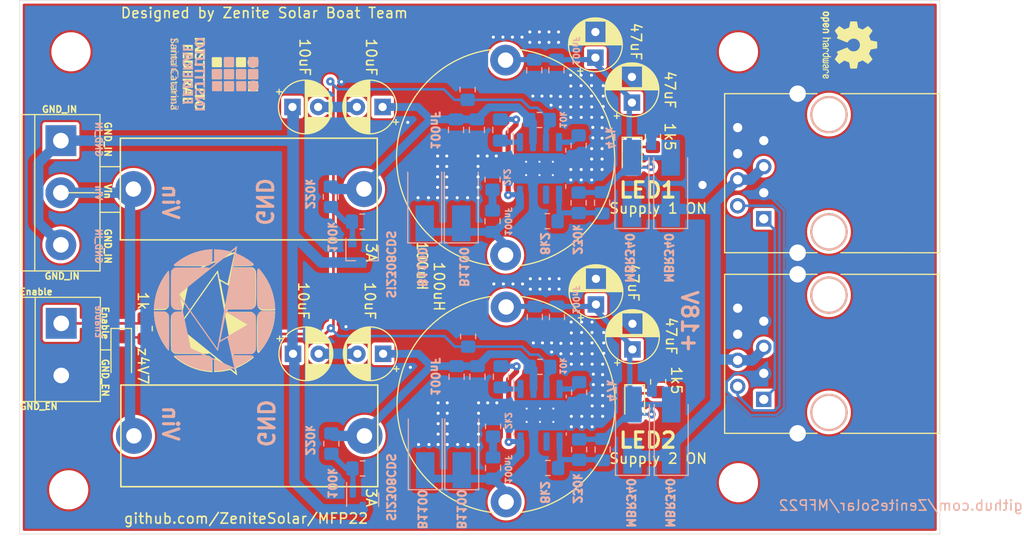
<source format=kicad_pcb>
(kicad_pcb (version 20211014) (generator pcbnew)
  (layers (0 "F.Cu" signal) (31 "B.Cu" signal) (34 "B.Paste" user) (35 "F.Paste" user) (36 "B.SilkS" user "B.Silkscreen") (37 "F.SilkS" user "F.Silkscreen") (38 "B.Mask" user) (39 "F.Mask" user) (44 "Edge.Cuts" user))
  (net 0 "")
  (net 1 "Net-(CBoot1-Pad2)")
  (net 2 "Net-(CBoot1-Pad1)")
  (net 3 "GND")
  (net 4 "Net-(Led1-Pad1)")
  (net 5 "Net-(R1-Pad1)")
  (net 6 "Net-(Ci1-Pad2)")
  (net 7 "Net-(Q1-Pad1)")
  (net 8 "Net-(J102-Pad1)")
  (net 9 "/EN")
  (net 11 "/supply1/Feedback")
  (net 12 "/supply1/CAN_18V_DIODE")
  (net 13 "Net-(Ci1-Pad1)")
  (net 14 "Net-(Ci301-Pad1)")
  (net 15 "Net-(Ci301-Pad2)")
  (net 16 "/supply2/CAN_18V_DIODE")
  (net 17 "/supply1/snbr")
  (net 18 "/CAN/CAN_18V")
  (net 19 "Net-(CBoot301-Pad1)")
  (net 20 "/supply1/IN")
  (net 21 "Net-(J401-Pad2)")
  (net 22 "Net-(J401-Pad1)")
  (net 23 "Net-(Q301-Pad1)")
  (net 24 "Net-(CBoot301-Pad2)")
  (net 25 "Net-(R305-Pad1)")
  (net 26 "/supply2/Feedback")
  (net 28 "/supply1/GND_IN")
  (net 29 "/supply2/snbr")
  (net 30 "Net-(Led101-Pad1)")
  (footprint "Capacitor_THT:CP_Radial_D5.0mm_P2.50mm" (layer "F.Cu") (at 57.744995 146.578879 180)
    (fp_text reference "Ci1")
    (fp_text value "10u")
  )
  (footprint "Capacitor_THT:CP_Radial_D5.0mm_P2.50mm" (layer "F.Cu") (at 82.025998 146.152895 90)
    (fp_text reference "Co1")
    (fp_text value "47u")
  )
  (footprint "Capacitor_THT:CP_Radial_D5.0mm_P2.50mm" (layer "F.Cu") (at 78.469998 141.769998 90)
    (fp_text reference "Co2")
    (fp_text value "47u")
  )
  (footprint "Inductor_THT:L_Radial_D21.0mm_P19.00mm" (layer "F.Cu") (at 69.723 161.014512 90)
    (fp_text reference "L1")
    (fp_text value "100uH")
  )
  (footprint "LED_SMD:LED_0805_2012Metric_Pad1.15x1.40mm_HandSolder" (layer "F.Cu") (at 82.042 151.396497 -90)
    (fp_text reference "Led1")
    (fp_text value "LED")
  )
  (footprint "Resistor_SMD:R_0805_2012Metric_Pad1.20x1.40mm_HandSolder" (layer "F.Cu") (at 34.5795 168.1785 90)
    (fp_text reference "R2")
    (fp_text value "1k")
  )
  (footprint "Resistor_SMD:R_0805_2012Metric_Pad1.20x1.40mm_HandSolder" (layer "F.Cu") (at 84.074 149.479 90)
    (fp_text reference "RLed1")
    (fp_text value "1k5")
  )
  (footprint "MountingHole:MountingHole_3.2mm_M3" (layer "F.Cu") (at 27.4 141.2)
    (fp_text reference "H1")
    (fp_text value "MountingHole")
  )
  (footprint "MountingHole:MountingHole_3.2mm_M3" (layer "F.Cu") (at 27.178 183.896)
    (fp_text reference "H2")
    (fp_text value "MountingHole")
  )
  (footprint "MountingHole:MountingHole_3.2mm_M3" (layer "F.Cu") (at 92.4 183.2)
    (fp_text reference "H3")
    (fp_text value "MountingHole")
  )
  (footprint "MountingHole:MountingHole_3.2mm_M3" (layer "F.Cu") (at 92.4 141.2)
    (fp_text reference "H4")
    (fp_text value "MountingHole")
  )
  (footprint "TerminalBlock:TerminalBlock_bornier-3_P5.08mm" (layer "F.Cu") (at 26.416 149.86 -90)
    (fp_text reference "J101")
    (fp_text value "IN")
  )
  (footprint "LED_SMD:LED_0805_2012Metric_Pad1.15x1.40mm_HandSolder" (layer "F.Cu") (at 82.296 175.514 -90)
    (fp_text reference "Led101")
    (fp_text value "LED")
  )
  (footprint "KicadZeniteSolarLibrary18:symbol_logoZenite" (layer "F.Cu") (at 41.402 166.624 -90)
    (fp_text reference "SYM102" hide)
    (fp_text value "SYM_Flash_Small" hide)
  )
  (footprint "TerminalBlock:TerminalBlock_bornier-2_P5.08mm" (layer "F.Cu") (at 26.4515 167.6705 -90)
    (fp_text reference "J102")
    (fp_text value "Conn_01x02")
  )
  (footprint "KicadZeniteSolarLibrary18:RJ45_YH59_01" (layer "F.Cu") (at 94.869 175.087991 90)
    (fp_text reference "J401")
    (fp_text value "RJ45_Shielded")
  )
  (footprint "KicadZeniteSolarLibrary18:Fuse_Holder_5x20" (layer "F.Cu") (at 32.258 173.6845)
    (fp_text reference "F301")
    (fp_text value "Fuse")
  )
  (footprint "Capacitor_THT:CP_Radial_D5.0mm_P2.50mm" (layer "F.Cu") (at 78.5215 165.827612 90)
    (fp_text reference "Co302")
    (fp_text value "47u")
  )
  (footprint "Capacitor_THT:CP_Radial_D5.0mm_P2.50mm" (layer "F.Cu") (at 48.970489 146.578879)
    (fp_text reference "Cie101")
    (fp_text value "10u")
  )
  (footprint "Capacitor_THT:CP_Radial_D5.0mm_P2.50mm" (layer "F.Cu") (at 82.0775 170.2105 90)
    (fp_text reference "Co301")
    (fp_text value "47u")
  )
  (footprint "KicadZeniteSolarLibrary18:Fuse_Holder_5x20" (layer "F.Cu") (at 32.2065 149.626888)
    (fp_text reference "F101")
    (fp_text value "Fuse")
  )
  (footprint "KicadZeniteSolarLibrary18:RJ45_YH59_01" (layer "F.Cu") (at 94.869 157.485004 90)
    (fp_text reference "J402")
    (fp_text value "RJ45_Shielded")
  )
  (footprint "Capacitor_THT:CP_Radial_D5.0mm_P2.50mm" (layer "F.Cu") (at 49.022 170.6365)
    (fp_text reference "Cie301")
    (fp_text value "10u")
  )
  (footprint "Diode_SMD:D_MiniMELF" (layer "F.Cu") (at 32.2935 170.7185 -90)
    (fp_text reference "D101")
    (fp_text value "4v7")
  )
  (footprint "Inductor_THT:L_Radial_D21.0mm_P19.00mm" (layer "F.Cu") (at 69.7745 185.072112 90)
    (fp_text reference "L301")
    (fp_text value "100uH")
  )
  (footprint "Capacitor_THT:CP_Radial_D5.0mm_P2.50mm" (layer "F.Cu") (at 57.7965 170.6365 180)
    (fp_text reference "Ci301")
    (fp_text value "10u")
  )
  (footprint "Symbol:OSHW-Logo2_7.3x6mm_SilkScreen" (layer "F.Cu") (at 103.1494 140.5382 -90)
    (fp_text reference "LOGO101" hide)
    (fp_text value "Logo_Open_Hardware_Small" hide)
  )
  (footprint "KicadZeniteSolarLibrary18:synbol_logoifsc" (layer "F.Cu") (at 41.380926 143.383 -90)
    (fp_text reference "SYM103")
    (fp_text value "SYM_Flash_Small" hide)
  )
  (footprint "Resistor_SMD:R_0805_2012Metric_Pad1.20x1.40mm_HandSolder" (layer "F.Cu") (at 84.582 173.371 90)
    (fp_text reference "RLed101")
    (fp_text value "1k5")
  )
  (footprint "Capacitor_SMD:C_0805_2012Metric_Pad1.18x1.45mm_HandSolder" (layer "B.Cu") (at 69.215 148.8225 -90)
    (fp_text reference "CBoot1")
    (fp_text value "100nF")
  )
  (footprint "Capacitor_SMD:C_0805_2012Metric_Pad1.18x1.45mm_HandSolder" (layer "B.Cu") (at 79.121 155.9185 -90)
    (fp_text reference "Cff1")
    (fp_text value "na")
  )
  (footprint "Capacitor_SMD:C_0805_2012Metric_Pad1.18x1.45mm_HandSolder" (layer "B.Cu") (at 66.929 148.8225 -90)
    (fp_text reference "Cin2")
    (fp_text value "100nF")
  )
  (footprint "Capacitor_SMD:C_0805_2012Metric_Pad1.18x1.45mm_HandSolder" (layer "B.Cu") (at 64.897 148.8225 -90)
    (fp_text reference "Cin3")
    (fp_text value "100nF")
  )
  (footprint "Capacitor_SMD:C_0805_2012Metric_Pad1.18x1.45mm_HandSolder" (layer "B.Cu") (at 72.517 143.002 -90)
    (fp_text reference "Co3")
    (fp_text value "o.1u")
  )
  (footprint "Capacitor_SMD:C_0805_2012Metric_Pad1.18x1.45mm_HandSolder" (layer "B.Cu") (at 74.676 143.002 -90)
    (fp_text reference "Co4")
    (fp_text value "0.1u")
  )
  (footprint "Capacitor_SMD:C_0805_2012Metric_Pad1.18x1.45mm_HandSolder" (layer "B.Cu") (at 68.453 157.7125 90)
    (fp_text reference "Cs1")
    (fp_text value "100n")
  )
  (footprint "Package_TO_SOT_SMD:SOT-23" (layer "B.Cu") (at 55.753 160.802879 -90)
    (fp_text reference "Q1")
    (fp_text value "Si2308CDS")
  )
  (footprint "Resistor_SMD:R_0805_2012Metric_Pad1.20x1.40mm_HandSolder" (layer "B.Cu") (at 76.835 150.3465 -90)
    (fp_text reference "R1")
    (fp_text value "47k")
  )
  (footprint "Resistor_SMD:R_0805_2012Metric_Pad1.20x1.40mm_HandSolder" (layer "B.Cu") (at 73.025 147.848888 180)
    (fp_text reference "R5")
    (fp_text value "10K")
  )
  (footprint "Resistor_SMD:R_0805_2012Metric_Pad1.20x1.40mm_HandSolder" (layer "B.Cu") (at 66.024 144.882888 -90)
    (fp_text reference "R6")
    (fp_text value "NA")
  )
  (footprint "Resistor_SMD:R_0805_2012Metric_Pad1.20x1.40mm_HandSolder" (layer "B.Cu") (at 73.787 157.7125 180)
    (fp_text reference "Rfbb1")
    (fp_text value "8k2")
  )
  (footprint "Resistor_SMD:R_0805_2012Metric_Pad1.20x1.40mm_HandSolder" (layer "B.Cu") (at 76.835 155.9185 -90)
    (fp_text reference "Rfbt2")
    (fp_text value "230k")
  )
  (footprint "Resistor_SMD:R_0805_2012Metric_Pad1.20x1.40mm_HandSolder" (layer "B.Cu") (at 68.453 153.6485 90)
    (fp_text reference "Rs1")
    (fp_text value "2k2")
  )
  (footprint "Package_SO:Texas_R-PDSO-G8_EP2.95x4.9mm_Mask2.4x3.1mm_ThermalVias" (layer "B.Cu") (at 73.025 152.570383 -90)
    (fp_text reference "U1")
    (fp_text value "LMR16030")
  )
  (footprint "Resistor_SMD:R_0805_2012Metric_Pad1.20x1.40mm_HandSolder" (layer "B.Cu") (at 55.753 157.754888)
    (fp_text reference "R4")
    (fp_text value "100K")
  )
  (footprint "Resistor_SMD:R_0805_2012Metric_Pad1.20x1.40mm_HandSolder" (layer "B.Cu") (at 52.705 155.333888 -90)
    (fp_text reference "R3")
    (fp_text value "220K")
  )
  (footprint "KicadZeniteSolarLibrary18:synbol_logoifsc" (layer "B.Cu") (at 41.402 143.383 90)
    (fp_text reference "SYM104")
    (fp_text value "SYM_Flash_Small" hide)
  )
  (footprint "Diode_SMD:D_SMA_Handsoldering" (layer "B.Cu") (at 82.026 154.026888 90)
    (fp_text reference "D102")
    (fp_text value "MBR340")
  )
  (footprint "Resistor_SMD:R_0805_2012Metric_Pad1.20x1.40mm_HandSolder" (layer "B.Cu") (at 73.0765 171.9065 180)
    (fp_text reference "R303")
    (fp_text value "10K")
  )
  (footprint "Diode_SMD:D_SMA_Handsoldering" (layer "B.Cu") (at 85.852 178.0845 90)
    (fp_text reference "D304")
    (fp_text value "MBR340")
  )
  (footprint "Capacitor_SMD:C_0805_2012Metric_Pad1.18x1.45mm_HandSolder" (layer "B.Cu") (at 74.7275 167.059612 -90)
    (fp_text reference "Co304")
    (fp_text value "0.1u")
  )
  (footprint "Resistor_SMD:R_0805_2012Metric_Pad1.20x1.40mm_HandSolder" (layer "B.Cu") (at 66.0755 168.9405 -90)
    (fp_text reference "R304")
    (fp_text value "NA")
  )
  (footprint "Resistor_SMD:R_0805_2012Metric_Pad1.20x1.40mm_HandSolder" (layer "B.Cu") (at 55.8045 181.8125)
    (fp_text reference "R302")
    (fp_text value "100K")
  )
  (footprint "Capacitor_SMD:C_0805_2012Metric_Pad1.18x1.45mm_HandSolder" (layer "B.Cu") (at 72.5685 167.059612 -90)
    (fp_text reference "Co303")
    (fp_text value "o.1u")
  )
  (footprint "KicadZeniteSolarLibrary18:symbol_logoZenite" (layer "B.Cu") (at 41.402 166.243 90)
    (fp_text reference "SYM101" hide)
    (fp_text value "SYM_Flash_Small" hide)
  )
  (footprint "Package_TO_SOT_SMD:SOT-23" (layer "B.Cu") (at 55.804511 184.860489 -90)
    (fp_text reference "Q301")
    (fp_text value "Si2308CDS")
  )
  (footprint "Diode_SMD:D_SMA_Handsoldering" (layer "B.Cu") (at 82.0775 178.0845 90)
    (fp_text reference "D303")
    (fp_text value "MBR340")
  )
  (footprint "Capacitor_SMD:C_0805_2012Metric_Pad1.18x1.45mm_HandSolder" (layer "B.Cu") (at 79.1725 179.976112 -90)
    (fp_text reference "Cff301")
    (fp_text value "na")
  )
  (footprint "Capacitor_SMD:C_0805_2012Metric_Pad1.18x1.45mm_HandSolder" (layer "B.Cu") (at 66.9805 172.880112 -90)
    (fp_text reference "Cin302")
    (fp_text value "100nF")
  )
  (footprint "Capacitor_SMD:C_0805_2012Metric_Pad1.18x1.45mm_HandSolder" (layer "B.Cu") (at 64.9485 172.880112 -90)
    (fp_text reference "Cin301")
    (fp_text value "100nF")
  )
  (footprint "Package_SO:Texas_R-PDSO-G8_EP2.95x4.9mm_Mask2.4x3.1mm_ThermalVias" (layer "B.Cu") (at 73.076511 176.627993 -90)
    (fp_text reference "U301")
    (fp_text value "LMR16030")
  )
  (footprint "Diode_SMD:D_SMA_Handsoldering" (layer "B.Cu") (at 65.4565 179.484112 90)
    (fp_text reference "D302")
    (fp_text value "B1100")
  )
  (footprint "Resistor_SMD:R_0805_2012Metric_Pad1.20x1.40mm_HandSolder" (layer "B.Cu") (at 76.8865 174.404112 -90)
    (fp_text reference "R305")
    (fp_text value "47k")
  )
  (footprint "Resistor_SMD:R_0805_2012Metric_Pad1.20x1.40mm_HandSolder" (layer "B.Cu") (at 68.5045 177.706112 90)
    (fp_text reference "Rs301")
    (fp_text value "2k2")
  )
  (footprint "Capacitor_SMD:C_0805_2012Metric_Pad1.18x1.45mm_HandSolder" (layer "B.Cu") (at 68.5045 181.770112 90)
    (fp_text reference "Cs301")
    (fp_text value "100n")
  )
  (footprint "Diode_SMD:D_SMA_Handsoldering" (layer "B.Cu") (at 85.8005 154.026888 90)
    (fp_text reference "D201")
    (fp_text value "MBR340")
  )
  (footprint "Diode_SMD:D_SMA_Handsoldering" (layer "B.Cu") (at 65.405 155.4265 90)
    (fp_text reference "D104")
    (fp_text value "B1100")
  )
  (footprint "Resistor_SMD:R_0805_2012Metric_Pad1.20x1.40mm_HandSolder" (layer "B.Cu") (at 52.7565 179.3915 -90)
    (fp_text reference "R301")
    (fp_text value "220K")
  )
  (footprint "Diode_SMD:D_SMA_Handsoldering" (layer "B.Cu") (at 61.9005 179.484112 90)
    (fp_text reference "D301")
    (fp_text value "B1100")
  )
  (footprint "Capacitor_SMD:C_0805_2012Metric_Pad1.18x1.45mm_HandSolder" (layer "B.Cu") (at 69.2665 172.880112 -90)
    (fp_text reference "CBoot301")
    (fp_text value "100nF")
  )
  (footprint "Resistor_SMD:R_0805_2012Metric_Pad1.20x1.40mm_HandSolder" (layer "B.Cu") (at 76.8865 179.976112 -90)
    (fp_text reference "Rfbt301")
    (fp_text value "230k")
  )
  (footprint "Diode_SMD:D_SMA_Handsoldering" (layer "B.Cu") (at 61.849 155.4265 90)
    (fp_text reference "D103")
    (fp_text value "B1100")
  )
  (footprint "Resistor_SMD:R_0805_2012Metric_Pad1.20x1.40mm_HandSolder" (layer "B.Cu") (at 73.8385 181.770112 180)
    (fp_text reference "Rfbb301")
    (fp_text value "8k2")
  )
  (gr_line (start 30.226 152.4) (end 32.2072 152.4) (layer "F.SilkS") (width 0.12))
  (gr_line (start 31.2674 170.2562) (end 30.3022 170.2562) (layer "F.SilkS") (width 0.12))
  (gr_line (start 26.416 154.94) (end 30.226 154.94) (layer "F.SilkS") (width 0.12))
  (gr_line (start 32.2072 156.845) (end 30.226 156.845) (layer "F.SilkS") (width 0.12))
  (gr_line (start 22.4 188.2) (end 22.4 136.2) (layer "Edge.Cuts") (width 0.05))
  (gr_line (start 112.014 188.2) (end 22.4 188.2) (layer "Edge.Cuts") (width 0.05))
  (gr_line (start 112.014 136.2) (end 112.014 188.2) (layer "Edge.Cuts") (width 0.05))
  (gr_line (start 22.4 136.2) (end 112.014 136.2) (layer "Edge.Cuts") (width 0.05))
  (gr_text "100nF" (at 62.865 172.847 -90) (layer "B.SilkS") (effects (font (size 0.8 0.8) (thickness 0.2)) (justify mirror)))
  (gr_text "100nF" (at 76.581 165.354 -90) (layer "B.SilkS") (effects (font (size 0.6 0.6)) (justify mirror)))
  (gr_text "100nF" (at 62.865 148.844 -90) (layer "B.SilkS") (effects (font (size 0.8 0.8) (thickness 0.2)) (justify mirror)))
  (gr_text "Si2308CDS" (at 58.547 161.925 -90) (layer "B.SilkS") (effects (font (size 0.8 0.8) (thickness 0.2)) (justify mirror)))
  (gr_text "GND_IN" (at 30.099 160.147 -90) (layer "B.SilkS") (effects (font (size 0.635 0.635)) (justify mirror)))
  (gr_text "Vin" (at 30.099 154.94 -90) (layer "B.SilkS") (effects (font (size 0.635 0.635) (thickness 0.15875)) (justify mirror)))
  (gr_text "230k" (at 76.708 183.769 -90) (layer "B.SilkS") (effects (font (size 0.8 0.8) (thickness 0.2)) (justify mirror)))
  (gr_text "10k" (at 75.311 171.831 -90) (layer "B.SilkS") (effects (font (size 0.6 0.6)) (justify mirror)))
  (gr_text "8k2" (at 73.533 159.893 -90) (layer "B.SilkS") (effects (font (size 0.8 0.8) (thickness 0.2)) (justify mirror)))
  (gr_text "10k" (at 75.311 147.828 -90) (layer "B.SilkS") (effects (font (size 0.6 0.6)) (justify mirror)))
  (gr_text "100nF" (at 76.581 141.097 -90) (layer "B.SilkS") (effects (font (size 0.6 0.6)) (justify mirror)))
  (gr_text "B1100" (at 65.659 162.179 -90) (layer "B.SilkS") (effects (font (size 0.8 0.8) (thickness 0.2)) (justify mirror)))
  (gr_text "GND" (at 46.228 155.829 -90) (layer "B.SilkS") (effects (font (size 1.5 1.5) (thickness 0.3)) (justify mirror)))
  (gr_text "Enable" (at 30.099 167.513 -90) (layer "B.SilkS") (effects (font (size 0.635 0.635)) (justify mirror)))
  (gr_text "github.com/ZeniteSolar/MFP22" (at 108.204 185.42) (layer "B.SilkS") (effects (font (size 1 1)) (justify mirror)))
  (gr_text "220k" (at 50.673 179.07 -90) (layer "B.SilkS") (effects (font (size 0.8 0.8) (thickness 0.2)) (justify mirror)))
  (gr_text "GND_IN" (at 30.099 149.733 -90) (layer "B.SilkS") (effects (font (size 0.635 0.635)) (justify mirror)))
  (gr_text "B1100" (at 61.595 162.179 -90) (layer "B.SilkS") (effects (font (size 0.8 0.8) (thickness 0.2)) (justify mirror)))
  (gr_text "B1100" (at 65.405 185.801 -90) (layer "B.SilkS") (effects (font (size 0.8 0.8) (thickness 0.2)) (justify mirror)))
  (gr_text "2k2" (at 69.977 177.165 -90) (layer "B.SilkS") (effects (font (size 0.6 0.6)) (justify mirror)))
  (gr_text "MBR340" (at 85.598 161.29 -90) (layer "B.SilkS") (effects (font (size 0.8 0.8) (thickness 0.2)) (justify mirror)))
  (gr_text "2k2" (at 69.85 153.416 -90) (layer "B.SilkS") (effects (font (size 0.6 0.6)) (justify mirror)))
  (gr_text "230k" (at 76.708 159.512 -90) (layer "B.SilkS") (effects (font (size 0.8 0.8) (thickness 0.2)) (justify mirror)))
  (gr_text "Vin" (at 37.084 155.829 -90) (layer "B.SilkS") (effects (font (size 1.5 1.5) (thickness 0.3)) (justify mirror)))
  (gr_text "100k" (at 52.832 159.258 -90) (layer "B.SilkS") (effects (font (size 0.8 0.8) (thickness 0.2)) (justify mirror)))
  (gr_text "GND" (at 46.355 177.419 -90) (layer "B.SilkS") (effects (font (size 1.5 1.5) (thickness 0.3)) (justify mirror)))
  (gr_text "8k2" (at 73.533 184.15 -90) (layer "B.SilkS") (effects (font (size 0.8 0.8) (thickness 0.2)) (justify mirror)))
  (gr_text "47k" (at 80.01 174.244 -90) (layer "B.SilkS") (effects (font (size 0.8 0.8) (thickness 0.2)) (justify mirror)))
  (gr_text "220k" (at 50.673 155.067 -90) (layer "B.SilkS") (effects (font (size 0.8 0.8) (thickness 0.2)) (justify mirror)))
  (gr_text "100nF" (at 69.977 181.864 -90) (layer "B.SilkS") (effects (font (size 0.6 0.6)) (justify mirror)))
  (gr_text "100k" (at 52.832 183.261 -90) (layer "B.SilkS") (effects (font (size 0.8 0.8) (thickness 0.2)) (justify mirror)))
  (gr_text "Vin" (at 37.084 177.419 -90) (layer "B.SilkS") (effects (font (size 1.5 1.5) (thickness 0.3)) (justify mirror)))
  (gr_text "MBR340" (at 85.725 185.166 -90) (layer "B.SilkS") (effects (font (size 0.8 0.8) (thickness 0.2)) (justify mirror)))
  (gr_text "100nF" (at 69.977 157.734 -90) (layer "B.SilkS") (effects (font (size 0.6 0.6)) (justify mirror)))
  (gr_text "+18V" (at 87.63 167.513 -90) (layer "B.SilkS") (effects (font (size 1.5 1.5) (thickness 0.3)) (justify mirror)))
  (gr_text "B1100" (at 61.595 185.801 -90) (layer "B.SilkS") (effects (font (size 0.8 0.8) (thickness 0.2)) (justify mirror)))
  (gr_text "MBR340" (at 81.915 185.166 -90) (layer "B.SilkS") (effects (font (size 0.8 0.8) (thickness 0.2)) (justify mirror)))
  (gr_text "Si2308CDS" (at 58.547 183.642 -90) (layer "B.SilkS") (effects (font (size 0.8 0.8) (thickness 0.2)) (justify mirror)))
  (gr_text "47k" (at 79.883 149.606 -90) (layer "B.SilkS") (effects (font (size 0.8 0.8) (thickness 0.2)) (justify mirror)))
  (gr_text "MBR340" (at 81.788 161.29 -90) (layer "B.SilkS") (effects (font (size 0.8 0.8) (thickness 0.2)) (justify mirror)))
  (gr_text "10uF" (at 50.165 141.732 -90) (layer "F.SilkS") (effects (font (size 1 1))))
  (gr_text "z4V7" (at 34.417 171.831 -90) (layer "F.SilkS") (effects (font (size 1 1))))
  (gr_text "Enable" (at 30.734 167.64 -90) (layer "F.SilkS") (effects (font (size 0.635 0.635))))
  (gr_text "3A" (at 56.642 160.782 -90) (layer "F.SilkS") (effects (font (size 1 1))))
  (gr_text "GND_IN" (at 30.988 149.733 -90) (layer "F.SilkS") (effects (font (size 0.635 0.635))))
  (gr_text "GND_IN" (at 26.289 146.812) (layer "F.SilkS") (effects (font (size 0.635 0.635))))
  (gr_text "47uF" (at 82.169 163.703 -90) (layer "F.SilkS") (effects (font (size 1 1))))
  (gr_text "LED1" (at 83.566 154.686) (layer "F.SilkS") (effects (font (size 1.5 1.5) (thickness 0.3))))
  (gr_text "Enable" (at 24.003 164.592) (layer "F.SilkS") (effects (font (size 0.635 0.635))))
  (gr_text "github.com/ZeniteSolar/MFP22" (at 44.45 186.69) (layer "F.SilkS") (effects (font (size 1 1))))
  (gr_text "LED2" (at 83.566 179.07) (layer "F.SilkS") (effects (font (size 1.5 1.5) (thickness 0.3))))
  (gr_text "10uF" (at 56.515 165.481 -90) (layer "F.SilkS") (effects (font (size 1 1))))
  (gr_text "10uF" (at 56.642 141.732 -90) (layer "F.SilkS") (effects (font (size 1 1))))
  (gr_text "47uF" (at 85.725 144.907 -90) (layer "F.SilkS") (effects (font (size 1 1))))
  (gr_text "47uF" (at 85.852 168.91 -90) (layer "F.SilkS") (effects (font (size 1 1))))
  (gr_text "100uH" (at 63.246 164.084 -90) (layer "F.SilkS") (effects (font (size 1 1))))
  (gr_text "GND_IN" (at 26.543 163.068) (layer "F.SilkS") (effects (font (size 0.635 0.635))))
  (gr_text "3A" (at 56.642 184.658 -90) (layer "F.SilkS") (effects (font (size 1 1))))
  (gr_text "GND_EN" (at 30.734 172.974 -90) (layer "F.SilkS") (effects (font (size 0.635 0.635))))
  (gr_text "Designed by Zenite Solar Boat Team" (at 46.228 137.414) (layer "F.SilkS") (effects (font (size 1 1))))
  (gr_text "1k" (at 34.417 165.481 -90) (layer "F.SilkS") (effects (font (size 1 1))))
  (gr_text "GND_EN" (at 24.257 175.768) (layer "F.SilkS") (effects (font (size 0.635 0.635))))
  (gr_text "1k5" (at 86.36 173.228 -90) (layer "F.SilkS") (effects (font (size 1 1))))
  (gr_text "1k5" (at 85.725 149.479 -90) (layer "F.SilkS") (effects (font (size 1 1))))
  (gr_text "Supply 2 ON" (at 84.582 180.848) (layer "F.SilkS") (effects (font (size 1 1))))
  (gr_text "100uH" (at 61.595 162.052 -90) (layer "F.SilkS") (effects (font (size 1 1))))
  (gr_text "10uF" (at 50.038 165.481 -90) (layer "F.SilkS") (effects (font (size 1 1))))
  (gr_text "Supply 1 ON" (at 84.582 156.464) (layer "F.SilkS") (effects (font (size 1 1))))
  (gr_text "47uF" (at 82.423 140.208 -90) (layer "F.SilkS") (effects (font (size 1 1))))
  (gr_text "Vin" (at 30.988 154.813 -90) (layer "F.SilkS") (effects (font (size 0.635 0.635) (thickness 0.15875))))
  (gr_text "GND_IN" (at 30.988 160.147 -90) (layer "F.SilkS") (effects (font (size 0.635 0.635))))
  (segment (start 69.553612 150.007888) (end 71.12 150.007888) (width 0.508) (layer "B.Cu") (net 1))
  (segment (start 70.739 148.3145) (end 69.977 149.0765) (width 0.508) (layer "F.Cu") (net 2))
  (segment (start 69.977 149.0765) (end 69.977 155.1725) (width 0.508) (layer "F.Cu") (net 2))
  (segment (start 70.739 147.8065) (end 70.739 148.3145) (width 0.508) (layer "F.Cu") (net 2))
  (via (at 70.739 147.8065) (size 0.8) (drill 0.3) (layers "F.Cu" "B.Cu") (net 2))
  (via (at 69.977 155.1725) (size 0.8) (drill 0.3) (layers "F.Cu" "B.Cu") (net 2))
  (segment (start 71.12 156.3155) (end 71.12 155.132888) (width 0.762) (layer "B.Cu") (net 2))
  (segment (start 69.215 147.785) (end 70.7175 147.785) (width 0.508) (layer "B.Cu") (net 2))
  (segment (start 69.977 155.1725) (end 70.016612 155.132888) (width 0.508) (layer "B.Cu") (net 2))
  (segment (start 69.596 159.893) (end 68.453 158.75) (width 0.762) (layer "B.Cu") (net 2))
  (segment (start 62.6725 158.75) (end 61.849 157.9265) (width 0.762) (layer "B.Cu") (net 2))
  (segment (start 68.6855 158.75) (end 71.12 156.3155) (width 0.762) (layer "B.Cu") (net 2))
  (segment (start 70.7175 147.785) (end 70.739 147.8065) (width 0.508) (layer "B.Cu") (net 2))
  (segment (start 70.016612 155.132888) (end 71.12 155.132888) (width 0.508) (layer "B.Cu") (net 2))
  (segment (start 68.453 158.75) (end 62.6725 158.75) (width 0.762) (layer "B.Cu") (net 2))
  (segment (start 53.413 144.451602) (end 53.413 166.7478) (width 0.254) (layer "F.Cu") (net 3))
  (segment (start 93.595 167.463) (end 92.325 168.733) (width 1.016) (layer "F.Cu") (net 3))
  (segment (start 52.809714 169.164) (end 53.0098 169.164) (width 0.254) (layer "F.Cu") (net 3))
  (segment (start 32.2935 172.4685) (end 32.0115 172.7505) (width 0.254) (layer "F.Cu") (net 3))
  (segment (start 52.809714 169.164) (end 36.449 169.164) (width 0.254) (layer "F.Cu") (net 3))
  (segment (start 84.582 170.215) (end 82.0775 167.7105) (width 0.254) (layer "F.Cu") (net 3))
  (segment (start 94.865 167.463) (end 93.595 167.463) (width 1.016) (layer "F.Cu") (net 3))
  (segment (start 83.9575 167.7105) (end 82.0775 167.7105) (width 1.016) (layer "F.Cu") (net 3))
  (segment (start 33.1445 172.4685) (end 32.2935 172.4685) (width 0.254) (layer "F.Cu") (net 3))
  (segment (start 54.1782 167.9956) (end 53.413 167.2304) (width 0.254) (layer "F.Cu") (net 3))
  (segment (start 53.0098 169.164) (end 54.1782 167.9956) (width 0.254) (layer "F.Cu") (net 3))
  (segment (start 88.9 162.768) (end 83.9575 167.7105) (width 1.016) (layer "F.Cu") (net 3))
  (segment (start 84.582 172.355) (end 84.582 170.215) (width 0.254) (layer "F.Cu") (net 3))
  (segment (start 92.325 166.193) (end 93.595 166.193) (width 1.016) (layer "F.Cu") (net 3))
  (segment (start 53.413 166.7478) (end 53.413 167.806286) (width 0.254) (layer "F.Cu") (net 3))
  (segment (start 36.449 169.164) (end 33.1445 172.4685) (width 0.254) (layer "F.Cu") (net 3))
  (segment (start 53.790214 168.1835) (end 52.809714 169.164) (width 0.254) (layer "F.Cu") (net 3))
  (segment (start 88.9 154.178) (end 88.9 162.768) (width 1.016) (layer "F.Cu") (net 3))
  (segment (start 93.595 166.193) (end 94.865 167.463) (width 1.016) (layer "F.Cu") (net 3))
  (segment (start 32.0115 172.7505) (end 26.4515 172.7505) (width 0.254) (layer "F.Cu") (net 3))
  (segment (start 84.5305 148.297388) (end 84.5305 146.157388) (width 0.254) (layer "F.Cu") (net 3))
  (segment (start 53.413 167.2304) (end 53.413 166.7478) (width 0.254) (layer "F.Cu") (net 3))
  (segment (start 92.325 168.733) (end 92.325 166.193) (width 1.016) (layer "F.Cu") (net 3))
  (segment (start 84.5305 146.157388) (end 82.026 143.652888) (width 0.254) (layer "F.Cu") (net 3))
  (segment (start 88.9 162.768) (end 92.325 166.193) (width 1.016) (layer "F.Cu") (net 3))
  (segment (start 53.413 167.806286) (end 53.790214 168.1835) (width 0.254) (layer "F.Cu") (net 3))
  (via (at 75.057 146.578888) (size 0.8) (drill 0.3) (layers "F.Cu" "B.Cu") (net 3))
  (via (at 79.121 152.674888) (size 0.8) (drill 0.3) (layers "F.Cu" "B.Cu") (net 3))
  (via (at 79.121 151.658888) (size 0.8) (drill 0.3) (layers "F.Cu" "B.Cu") (net 3))
  (via (at 61.2495 179.4815) (size 0.8) (drill 0.3) (layers "F.Cu" "B.Cu") (net 3))
  (via (at 67.0915 177.4495) (size 0.8) (drill 0.3) (layers "F.Cu" "B.Cu") (net 3))
  (via (at 76.1245 176.7325) (size 0.8) (drill 0.3) (layers "F.Cu" "B.Cu") (net 3))
  (via (at 77.089 152.674888) (size 0.8) (drill 0.3) (layers "F.Cu" "B.Cu") (net 3))
  (via (at 79.2835 170.5915) (size 0.8) (drill 0.3) (layers "F.Cu" "B.Cu") (net 3))
  (via (at 54.1782 167.9956) (size 0.8) (drill 0.3) (layers "F.Cu" "B.Cu") (net 3))
  (via (at 76.1245 177.7485) (size 0.8) (drill 0.3) (layers "F.Cu" "B.Cu") (net 3))
  (via (at 63.1545 179.4815) (size 0.8) (drill 0.3) (layers "F.Cu" "B.Cu") (net 3))
  (via (at 75.057 145.562888) (size 0.8) (drill 0.3) (layers "F.Cu" "B.Cu") (net 3))
  (via (at 63.992 153.391888) (size 0.8) (drill 0.3) (layers "F.Cu" "B.Cu") (net 3))
  (via (at 67.04 154.407888) (size 0.8) (drill 0.3) (layers "F.Cu" "B.Cu") (net 3))
  (via (at 74.93 163.322) (size 0.8) (drill 0.3) (layers "F.Cu" "B.Cu") (net 3))
  (via (at 71.3225 139.772388) (size 0.8) (drill 0.3) (layers "F.Cu" "B.Cu") (net 3))
  (via (at 69.511333 163.83) (size 0.8) (drill 0.3) (layers "F.Cu" "B.Cu") (net 3))
  (via (at 79.1725 174.7005) (size 0.8) (drill 0.3) (layers "F.Cu" "B.Cu") (net 3))
  (via (at 73.015833 140.280388) (size 0.8) (drill 0.3) (layers "F.Cu" "B.Cu") (net 3))
  (via (at 63.103 151.359888) (size 0.8) (drill 0.3) (layers "F.Cu" "B.Cu") (net 3))
  (via (at 74.2035 169.5755) (size 0.8) (drill 0.3) (layers "F.Cu" "B.Cu") (net 3))
  (via (at 63.103 152.375888) (size 0.8) (drill 0.3) (layers "F.Cu" "B.Cu") (net 3))
  (via (at 78.2675 173.6395) (size 0.8) (drill 0.3) (layers "F.Cu" "B.Cu") (net 3))
  (via (at 72.136 164.338) (size 0.8) (drill 0.3) (layers "F.Cu" "B.Cu") (net 3))
  (via (at 60.452 171.958) (size 0.8) (drill 0.3) (layers "F.Cu" "B.Cu") (net 3))
  (via (at 74.93 164.338) (size 0.8) (drill 0.3) (layers "F.Cu" "B.Cu") (net 3))
  (via (at 78.089 144.501888) (size 0.8) (drill 0.3) (layers "F.Cu" "B.Cu") (net 3))
  (via (at 79.1725 173.6845) (size 0.8) (drill 0.3) (layers "F.Cu" "B.Cu") (net 3))
  (via (at 73.015833 139.264388) (size 0.8) (drill 0.3) (layers "F.Cu" "B.Cu") (net 3))
  (via (at 79.1725 175.7165) (size 0.8) (drill 0.3) (layers "F.Cu" "B.Cu") (net 3))
  (via (at 78.105 151.658888) (size 0.8) (drill 0.3) (layers "F.Cu" "B.Cu") (net 3))
  (via (at 63.1545 176.4335) (size 0.8) (drill 0.3) (layers "F.Cu" "B.Cu") (net 3))
  (via (at 63.103 154.407888) (size 0.8) (drill 0.3) (layers "F.Cu" "B.Cu") (net 3))
  (via (at 67.929 151.359888) (size 0.8) (drill 0.3) (layers "F.Cu" "B.Cu") (net 3))
  (via (at 73.067333 164.338) (size 0.8) (drill 0.3) (layers "F.Cu" "B.Cu") (net 3))
  (via (at 78.1565 170.6365) (size 0.8) (drill 0.3) (layers "F.Cu" "B.Cu") (net 3))
  (via (at 64.0435 177.4495) (size 0.8) (drill 0.3) (layers "F.Cu" "B.Cu") (net 3))
  (via (at 67.04 155.423888) (size 0.8) (drill 0.3) (layers "F.Cu" "B.Cu") (net 3))
  (via (at 76.073 144.546888) (size 0.8) (drill 0.3) (layers "F.Cu" "B.Cu") (net 3))
  (via (at 75.1085 170.6365) (size 0.8) (drill 0.3) (layers "F.Cu" "B.Cu") (net 3))
  (via (at 75.1085 169.6205) (size 0.8) (drill 0.3) (layers "F.Cu" "B.Cu") (net 3))
  (via (at 62.214 155.423888) (size 0.8) (drill 0.3) (layers "F.Cu" "B.Cu") (net 3))
  (via (at 66.0755 179.4815) (size 0.8) (drill 0.3) (layers "F.Cu" "B.Cu") (net 3))
  (via (at 76.073 152.674888) (size 0.8) (drill 0.3) (layers "F.Cu" "B.Cu") (net 3))
  (via (at 73.3145 169.5755) (size 0.8) (drill 0.3) (layers "F.Cu" "B.Cu") (net 3))
  (via (at 77.089 153.690888) (size 0.8) (drill 0.3) (layers "F.Cu" "B.Cu") (net 3))
  (via (at 78.089 145.517888) (size 0.8) (drill 0.3) (layers "F.Cu" "B.Cu") (net 3))
  (via (at 76.1085 167.5435) (size 0.8) (drill 0.3) (layers "F.Cu" "B.Cu") (net 3))
  (via (at 64.0435 175.4175) (size 0.8) (drill 0.3) (layers "F.Cu" "B.Cu") (net 3))
  (via (at 61.198 155.423888) (size 0.8) (drill 0.3) (layers "F.Cu" "B.Cu") (net 3))
  (via (at 67.0915 176.4335) (size 0.8) (drill 0.3) (layers "F.Cu" "B.Cu") (net 3))
  (via (at 72.374 145.517888) (size 0.8) (drill 0.3) (layers "F.Cu" "B.Cu") (net 3))
  (via (at 68.5285 139.772388) (size 0.8) (drill 0.3) (layers "F.Cu" "B.Cu") (net 3))
  (via (at 74.152 145.517888) (size 0.8) (drill 0.3) (layers "F.Cu" "B.Cu") (net 3))
  (via (at 78.216 149.581888) (size 0.8) (drill 0.3) (layers "F.Cu" "B.Cu") (net 3))
  (via (at 72.136 163.322) (size 0.8) (drill 0.3) (layers "F.Cu" "B.Cu") (net 3))
  (via (at 77.1245 167.5435) (size 0.8) (drill 0.3) (layers "F.Cu" "B.Cu") (net 3))
  (via (at 67.0915 178.4655) (size 0.8) (drill 0.3) (layers "F.Cu" "B.Cu") (net 3))
  (via (at 76.057 143.485888) (size 0.8) (drill 0.3) (layers "F.Cu" "B.Cu") (net 3))
  (via (at 67.04 151.359888) (size 0.8) (drill 0.3) (layers "F.Cu" "B.Cu") (net 3))
  (via (at 67.9805 175.4175) (size 0.8) (drill 0.3) (layers "F.Cu" "B.Cu") (net 3))
  (via (at 77.089 146.578888) (size 0.8) (drill 0.3) (layers "F.Cu" "B.Cu") (net 3))
  (via (at 78.1405 169.5755) (size 0.8) (drill 0.3) (layers "F.Cu" "B.Cu") (net 3))
  (via (at 79.2835 169.5755) (size 0.8) (drill 0.3) (layers "F.Cu" "B.Cu") (net 3))
  (via (at 76.1245 171.6525) (size 0.8) (drill 0.3) (layers "F.Cu" "B.Cu") (net 3))
  (via (at 76.073 153.690888) (size 0.8) (drill 0.3) (layers "F.Cu" "B.Cu") (net 3))
  (via (at 78.1565 177.7485) (size 0.8) (drill 0.3) (layers "F.Cu" "B.Cu") (net 3))
  (via (at 67.0915 175.4175) (size 0.8) (drill 0.3) (layers "F.Cu" "B.Cu") (net 3))
  (via (at 79.232 145.517888) (size 0.8) (drill 0.3) (layers "F.Cu" "B.Cu") (net 3))
  (via (at 74.8785 139.264388) (size 0.8) (drill 0.3) (layers "F.Cu" "B.Cu") (net 3))
  (via (at 77.089 145.562888) (size 0.8) (drill 0.3) (layers "F.Cu" "B.Cu") (net 3))
  (via (at 78.216 148.565888) (size 0.8) (drill 0.3) (layers "F.Cu" "B.Cu") (net 3))
  (via (at 79.121 148.610888) (size 0.8) (drill 0.3) (layers "F.Cu" "B.Cu") (net 3))
  (via (at 77.1245 168.5595) (size 0.8) (drill 0.3) (layers "F.Cu" "B.Cu") (net 3))
  (via (at 62.2655 179.4815) (size 0.8) (drill 0.3) (layers "F.Cu" "B.Cu") (net 3))
  (via (at 76.1245 170.6365) (size 0.8) (drill 0.3) (layers "F.Cu" "B.Cu") (net 3))
  (via (at 77.073 144.501888) (size 0.8) (drill 0.3) (layers "F.Cu" "B.Cu") (net 3))
  (via (at 64.0435 176.4335) (size 0.8) (drill 0.3) (layers "F.Cu" "B.Cu") (net 3))
  (via (at 63.992 151.359888) (size 0.8) (drill 0.3) (layers "F.Cu" "B.Cu") (net 3))
  (via (at 64.0435 179.4815) (size 0.8) (drill 0.3) (layers "F.Cu" "B.Cu") (net 3))
  (via (at 63.1545 178.4655) (size 0.8) (drill 0.3) (layers "F.Cu" "B.Cu") (net 3))
  (via (at 76.1245 169.6205) (size 0.8) (drill 0.3) (layers "F.Cu" "B.Cu") (net 3))
  (via (at 67.04 153.391888) (size 0.8) (drill 0.3) (layers "F.Cu" "B.Cu") (net 3))
  (via (at 76.1245 168.6045) (size 0.8) (drill 0.3) (layers "F.Cu" "B.Cu") (net 3))
  (via (at 63.103 155.423888) (size 0.8) (drill 0.3) (layers "F.Cu" "B.Cu") (net 3))
  (via (at 73.263 145.517888) (size 0.8) (drill 0.3) (layers "F.Cu" "B.Cu") (net 3))
  (via (at 79.121 147.594888) (size 0.8) (drill 0.3) (layers "F.Cu" "B.Cu") (net 3))
  (via (at 73.067333 163.322) (size 0.8) (drill 0.3) (layers "F.Cu" "B.Cu") (net 3))
  (via (at 79.1725 171.6525) (size 0.8) (drill 0.3) (layers "F.Cu" "B.Cu") (net 3))
  (via (at 73.947166 140.280388) (size 0.8) (drill 0.3) (layers "F.Cu" "B.Cu") (net 3))
  (via (at 66.024 155.423888) (size 0.8) (drill 0.3) (layers "F.Cu" "B.Cu") (net 3))
  (via (at 65.0595 179.4815) (size 0.8) (drill 0.3) (layers "F.Cu" "B.Cu") (net 3))
  (via (at 78.105 152.674888) (size 0.8) (drill 0.3) (layers "F.Cu" "B.Cu") (net 3))
  (via (at 68.58 163.83) (size 0.8) (drill 0.3) (layers "F.Cu" "B.Cu") (net 3))
  (via (at 78.1565 176.7325) (size 0.8) (drill 0.3) (layers "F.Cu" "B.Cu") (net 3))
  (via (at 67.0915 179.4815) (size 0.8) (drill 0.3) (layers "F.Cu" "B.Cu") (net 3))
  (via (at 78.1405 167.5435) (size 0.8) (drill 0.3) (layers "F.Cu" "B.Cu") (net 3))
  (via (at 77.1405 171.6525) (size 0.8) (drill 0.3) (layers "F.Cu" "B.Cu") (net 3))
  (via (at 77.1405 169.6205) (size 0.8) (drill 0.3) (layers "F.Cu" "B.Cu") (net 3))
  (via (at 79.2835 168.5595) (size 0.8) (drill 0.3) (layers "F.Cu" "B.Cu") (net 3))
  (via (at 78.105 146.578888) (size 0.8) (drill 0.3) (layers "F.Cu" "B.Cu") (net 3))
  (via (at 76.073 147.594888) (size 0.8) (drill 0.3) (layers "F.Cu" "B.Cu") (net 3))
  (via (at 63.992 152.375888) (size 0.8) (drill 0.3) (layers "F.Cu" "B.Cu") (net 3))
  (via (at 77.089 147.594888) (size 0.8) (drill 0.3) (layers "F.Cu" "B.Cu") (net 3))
  (via (at 73.947166 139.264388) (size 0.8) (drill 0.3) (layers "F.Cu" "B.Cu") (net 3))
  (via (at 76.073 146.578888) (size 0.8) (drill 0.3) (layers "F.Cu" "B.Cu") (net 3))
  (via (at 74.8785 140.280388) (size 0.8) (drill 0.3) (layers "F.Cu" "B.Cu") (net 3))
  (via (at 78.2675 172.6235) (size 0.8) (drill 0.3) (layers "F.Cu" "B.Cu") (net 3))
  (via (at 63.1545 177.4495) (size 0.8) (drill 0.3) (layers "F.Cu" "B.Cu") (net 3))
  (via (at 78.089 143.485888) (size 0.8) (drill 0.3) (layers "F.Cu" "B.Cu") (net 3))
  (via (at 79.121 149.626888) (size 0.8) (drill 0.3) (layers "F.Cu" "B.Cu") (net 3))
  (via (at 65.008 155.423888) (size 0.8) (drill 0.3) (layers "F.Cu" "B.Cu") (net 3))
  (via (at 73.998666 163.322) (size 0.8) (drill 0.3) (layers "F.Cu" "B.Cu") (net 3))
  (via (at 79.1725 172.6685) (size 0.8) (drill 0.3) (layers "F.Cu" "B.Cu") (net 3))
  (via (at 67.04 152.375888) (size 0.8) (drill 0.3) (layers "F.Cu" "B.Cu") (net 3))
  (via (at 68.818 151.359888) (size 0.8) (drill 0.3) (layers "F.Cu" "B.Cu") (net 3))
  (via (at 71.374 163.83) (size 0.8) (drill 0.3) (layers "F.Cu" "B.Cu") (net 3))
  (via (at 78.1565 174.7005) (size 0.8) (drill 0.3) (layers "F.Cu" "B.Cu") (net 3))
  (via (at 68.8695 175.4175) (size 0.8) (drill 0.3) (layers "F.Cu" "B.Cu") (net 3))
  (via (at 74.2035 170.4645) (size 0.8) (drill 0.3) (layers "F.Cu" "B.Cu") (net 3))
  (via (at 63.1545 175.4175) (size 0.8) (drill 0.3) (layers "F.Cu" "B.Cu") (net 3))
  (via (at 77.1405 170.6365) (size 0.8) (drill 0.3) (layers "F.Cu" "B.Cu") (net 3))
  (via (at 77.1405 177.7485) (size 0.8) (drill 0.3) (layers "F.Cu" "B.Cu") (net 3))
  (via (at 60.198 148.082) (size 0.8) (drill 0.3) (layers "F.Cu" "B.Cu") (net 3))
  (via (at 78.1405 168.5595) (size 0.8) (drill 0.3) (layers "F.Cu" "B.Cu") (net 3))
  (via (at 72.4255 169.5755) (size 0.8) (drill 0.3) (layers "F.Cu" "B.Cu") (net 3))
  (via (at 78.105 150.642888) (size 0.8) (drill 0.3) (layers "F.Cu" "B.Cu") (net 3))
  (via (at 78.1565 175.7165) (size 0.8) (drill 0.3) (layers "F.Cu" "B.Cu") (net 3))
  (via (at 74.152 146.406888) (size 0.8) (drill 0.3) (layers "F.Cu" "B.Cu") (net 3))
  (via (at 79.121 150.642888) (size 0.8) (drill 0.3) (layers "F.Cu" "B.Cu") (net 3))
  (via (at 69.459833 139.772388) (size 0.8) (drill 0.3) (layers "F.Cu" "B.Cu") (net 3))
  (via (at 79.1725 176.7325) (size 0.8) (drill 0.3) (layers "F.Cu" "B.Cu") (net 3))
  (via (at 88.9 154.178) (size 1.5) (drill 0.8) (layers "F.Cu" "B.Cu") (net 3))
  (via (at 77.1405 176.7325) (size 0.8) (drill 0.3) (layers "F.Cu" "B.Cu") (net 3))
  (via (at 78.105 153.690888) (size 0.8) (drill 0.3) (layers "F.Cu" "B.Cu") (net 3))
  (via (at 63.992 155.423888) (size 0.8) (drill 0.3) (layers "F.Cu" "B.Cu") (net 3))
  (via (at 78.1565 171.6525) (size 0.8) (drill 0.3) (layers "F.Cu" "B.Cu") (net 3))
  (via (at 53.738714 144.125888) (size 0.8) (drill 0.3) (layers "F.Cu" "B.Cu") (net 3))
  (via (at 72.0845 139.264388) (size 0.8) (drill 0.3) (layers "F.Cu" "B.Cu") (net 3))
  (via (at 70.391166 139.772388) (size 0.8) (drill 0.3) (layers "F.Cu" "B.Cu") (net 3))
  (via (at 73.998666 164.338) (size 0.8) (drill 0.3) (layers "F.Cu" "B.Cu") (net 3))
  (via (at 63.103 153.391888) (size 0.8) (drill 0.3) (layers "F.Cu" "B.Cu") (net 3))
  (via (at 76.073 145.562888) (size 0.8) (drill 0.3) (layers "F.Cu" "B.Cu") (net 3))
  (via (at 79.232 146.533888) (size 0.8) (drill 0.3) (layers "F.Cu" "B.Cu") (net 3))
  (via (at 63.992 154.407888) (size 0.8) (drill 0.3) (layers "F.Cu" "B.Cu") (net 3))
  (via (at 79.232 144.501888) (size 0.8) (drill 0.3) (layers "F.Cu" "B.Cu") (net 3))
  (via (at 77.073 143.485888) (size 0.8) (drill 0.3) (layers "F.Cu" "B.Cu") (net 3))
  (via (at 64.0435 178.4655) (size 0.8) (drill 0.3) (layers "F.Cu" "B.Cu") (net 3))
  (via (at 72.0845 140.280388) (size 0.8) (drill 0.3) (layers "F.Cu" "B.Cu") (net 3))
  (via (at 78.105 147.594888) (size 0.8) (drill 0.3) (layers "F.Cu" "B.Cu") (net 3))
  (via (at 70.442666 163.83) (size 0.8) (drill 0.3) (layers "F.Cu" "B.Cu") (net 3))
  (segment (start 74.190261 168.633739) (end 68.373499 168.633739) (width 0.762) (layer "B.Cu") (net 3))
  (segment (start 92.325 148.59) (end 91.694 148.59) (width 1.016) (layer "B.Cu") (net 3))
  (segment (start 68.5285 139.772388) (end 69.030888 139.27) (width 0.762) (layer "B.Cu") (net 3))
  (segment (start 91.248 173.366891) (end 91.248 174.306) (width 0.254) (layer "B.Cu") (net 3))
  (segment (start 82.374 139.27) (end 78.47 139.27) (width 1.016) (layer "B.Cu") (net 3))
  (segment (start 74.675388 144.0395) (end 74.138761 144.576127) (width 0.762) (layer "B.Cu") (net 3))
  (segment (start 72.4415 181.373112) (end 72.4415 179.1905) (width 0.762) (layer "B.Cu") (net 3))
  (segment (start 73.025 152.570388) (end 69.3885 152.570388) (width 0.508) (layer "B.Cu") (net 3))
  (segment (start 69.3885 152.570388) (end 69.2905 152.472388) (width 0.508) (layer "B.Cu") (net 3))
  (segment (start 91.248 174.306) (end 93.556 176.614) (width 0.254) (layer "B.Cu") (net 3))
  (segment (start 54.2333 167.9405) (end 54.1782 167.9956) (width 0.254) (layer "B.Cu") (net 3))
  (segment (start 91.694 148.59) (end 89.027 145.923) (width 1.016) (layer "B.Cu") (net 3))
  (segment (start 96.85 156.668948) (end 95.121052 154.94) (width 0.254) (layer "B.Cu") (net 3))
  (segment (start 68.58 163.83) (end 69.082388 163.327612) (width 0.762) (layer "B.Cu") (net 3))
  (segment (start 96.130053 176.614) (end 96.85 175.894053) (width 0.254) (layer "B.Cu") (net 3))
  (segment (start 68.373499 168.633739) (end 67.6935 167.95374) (width 0.762) (layer "B.Cu") (net 3))
  (segment (start 65.8165 144.090388) (end 66.024 143.882888) (width 0.254) (layer "B.Cu") (net 3))
  (segment (start 72.787 157.7125) (end 72.39 157.3155) (width 0.762) (layer "B.Cu") (net 3))
  (segment (start 72.8385 181.770112) (end 72.4415 181.373112) (width 0.762) (layer "B.Cu") (net 3))
  (segment (start 94.865 172.543) (end 92.071891 172.543) (width 0.254) (layer "B.Cu") (net 3))
  (segment (start 66.0755 167.9405) (end 54.2333 167.9405) (width 0.254) (layer "B.Cu") (net 3))
  (segment (start 93.556 176.614) (end 96.130053 176.614) (width 0.254) (layer "B.Cu") (net 3))
  (segment (start 92.325 148.59) (end 92.325 151.13) (width 1.016) (layer "B.Cu") (net 3))
  (segment (start 82.0775 167.7105) (end 82.0775 166.883612) (width 0.508) (layer "B.Cu") (net 3))
  (segment (start 69.44 176.628) (end 69.342 176.53) (width 0.508) (layer "B.Cu") (net 3))
  (segment (start 72.720388 176.984112) (end 73.0765 176.628) (width 1.016) (layer "B.Cu") (net 3))
  (segment (start 72.39 157.3155) (end 72.39 155.132888) (width 0.762) (layer "B.Cu") (net 3))
  (segment (start 89.027 145.923) (end 89.027 154.051) (width 1.016) (layer "B.Cu") (net 3))
  (segment (start 74.726888 168.097112) (end 74.190261 168.633739) (width 0.762) (layer "B.Cu") (net 3))
  (segment (start 67.642 140.658888) (end 68.5285 139.772388) (width 0.762) (layer "B.Cu") (net 3))
  (segment (start 65.405 150.368) (end 64.897 149.86) (width 0.762) (layer "B.Cu") (net 3))
  (segment (start 73.0765 176.628) (end 69.44 176.628) (width 0.508) (layer "B.Cu") (net 3))
  (segment (start 65.405 152.9265) (end 65.405 150.368) (width 0.762) (layer "B.Cu") (net 3))
  (segment (start 67.6935 164.7165) (end 68.58 163.83) (width 0.762) (layer "B.Cu") (net 3))
  (segment (start 72.4415 179.1905) (end 72.4415 177.263) (width 0.762) (layer "B.Cu") (net 3))
  (segment (start 69.082388 163.327612) (end 78.5215 163.327612) (width 0.762) (layer "B.Cu") (net 3))
  (segment (start 74.7275 168.097112) (end 74.726888 168.097112) (width 0.762) (layer "B.Cu") (net 3))
  (segment (start 68.321999 144.576127) (end 67.642 143.896128) (width 0.762) (layer "B.Cu") (net 3))
  (segment (start 89.027 154.051) (end 88.9 154.178) (width 1.016) (layer "B.Cu") (net 3))
  (segment (start 82.026 143.652888) (end 82.026 142.826) (width 0.508) (layer "B.Cu") (net 3))
  (segment (start 65.4565 174.425612) (end 64.9485 173.917612) (width 0.762) (layer "B.Cu") (net 3))
  (segment (start 92.071891 172.543) (end 91.248 173.366891) (width 0.254) (layer "B.Cu") (net 3))
  (segment (start 67.6935 167.95374) (end 67.6935 164.7165) (width 0.762) (layer "B.Cu") (net 3))
  (segment (start 96.85 175.894053) (end 96.85 156.668948) (width 0.254) (layer "B.Cu") (net 3))
  (segment (start 92.325 148.59) (end 93.595 148.59) (width 1.016) (layer "B.Cu") (net 3))
  (segment (start 82.026 142.826) (end 78.47 139.27) (width 0.508) (layer "B.Cu") (net 3))
  (segment (start 53.738714 144.125888) (end 53.774214 144.090388) (width 0.254) (layer "B.Cu") (net 3))
  (segment (start 93.595 148.59) (end 94.865 149.86) (width 1.016) (layer "B.Cu") (net 3))
  (segment (start 53.774214 144.090388) (end 65.8165 144.090388) (width 0.254) (layer "B.Cu") (net 3))
  (segment (start 89.027 145.923) (end 82.374 139.27) (width 1.016) (layer "B.Cu") (net 3))
  (segment (start 74.676 144.0395) (end 74.675388 144.0395) (width 0.762) (layer "B.Cu") (net 3))
  (segment (start 74.138761 144.576127) (end 68.321999 144.576127) (width 0.762) (layer "B.Cu") (net 3))
  (segment (start 69.030888 139.27) (end 78.47 139.27) (width 0.762) (layer "B.Cu") (net 3))
  (segment (start 65.4565 176.984112) (end 65.4565 174.425612) (width 0.762) (layer "B.Cu") (net 3))
  (segment (start 72.668888 152.9265) (end 73.025 152.570388) (width 1.016) (layer "B.Cu") (net 3))
  (segment (start 61.849 152.9265) (end 72.668888 152.9265) (width 1.016) (layer "B.Cu") (net 3))
  (segment (start 95.121052 154.94) (end 94.865 154.94) (width 0.254) (layer "B.Cu") (net 3))
  (segment (start 82.0775 166.883612) (end 78.5215 163.327612) (width 0.508) (layer "B.Cu") (net 3))
  (segment (start 72.39 155.132888) (end 72.39 153.205388) (width 0.762) (layer "B.Cu") (net 3))
  (segment (start 61.9005 176.984112) (end 72.720388 176.984112) (width 1.016) (layer "B.Cu") (net 3))
  (segment (start 66.929 149.86) (end 64.897 149.86) (width 0.508) (layer "B.Cu") (net 3))
  (segment (start 67.642 143.896128) (end 67.642 140.658888) (width 0.762) (layer "B.Cu") (net 3))
  (segment (start 66.9805 173.917612) (end 64.9485 173.917612) (width 0.508) (layer "B.Cu") (net 3))
  (segment (start 84.074 150.479) (end 82.1495 150.479) (width 0.254) (layer "F.Cu") (net 4))
  (segment (start 82.1495 150.479) (end 82.042 150.3715) (width 0.254) (layer "F.Cu") (net 4))
  (segment (start 74.93 150.007888) (end 76.173612 150.007888) (width 0.508) (layer "B.Cu") (net 5))
  (segment (start 76.173612 150.007888) (end 76.835 149.3465) (width 0.508) (layer "B.Cu") (net 5))
  (segment (start 51.4705 146.578888) (end 55.245 146.578888) (width 1.016) (layer "B.Cu") (net 6))
  (segment (start 54.803 159.865388) (end 54.803 157.804888) (width 0.508) (layer "B.Cu") (net 7))
  (segment (start 54.803 157.804888) (end 54.753 157.754888) (width 0.508) (layer "B.Cu") (net 7))
  (segment (start 54.753 157.754888) (end 54.126 157.754888) (width 0.508) (layer "B.Cu") (net 7))
  (segment (start 54.126 157.754888) (end 52.705 156.333888) (width 0.508) (layer "B.Cu") (net 7))
  (segment (start 34.0875 167.6705) (end 26.4515 167.6705) (width 0.254) (layer "F.Cu") (net 8))
  (segment (start 34.5795 167.1785) (end 34.0875 167.6705) (width 0.254) (layer "F.Cu") (net 8))
  (segment (start 52.959 144.395888) (end 52.959 167.894) (width 0.254) (layer "F.Cu") (net 9))
  (segment (start 35.8775 169.037) (end 32.362 169.037) (width 0.254) (layer "F.Cu") (net 9))
  (segment (start 52.705 168.148) (end 52.143 168.71) (width 0.254) (layer "F.Cu") (net 9))
  (segment (start 52.959 167.894) (end 52.705 168.148) (width 0.254) (layer "F.Cu") (net 9))
  (segment (start 32.362 169.037) (end 32.2935 168.9685) (width 0.254) (layer "F.Cu") (net 9))
  (segment (start 52.143 168.71) (end 36.2045 168.71) (width 0.254) (layer "F.Cu") (net 9))
  (segment (start 36.2045 168.71) (end 35.8775 169.037) (width 0.254) (layer "F.Cu") (net 9))
  (via (at 52.705 168.148) (size 0.8) (drill 0.3) (layers "F.Cu" "B.Cu") (net 9))
  (via (at 52.6535 144.090388) (size 0.8) (drill 0.3) (layers "F.Cu" "B.Cu") (net 9))
  (segment (start 66.024 145.882888) (end 64.738 145.882888) (width 0.254) (layer "B.Cu") (net 9))
  (segment (start 72.837 146.660888) (end 74.025 147.848888) (width 0.254) (layer "B.Cu") (net 9))
  (segment (start 74.025 147.848888) (end 74.025 148.330236) (width 0.508) (layer "B.Cu") (net 9))
  (segment (start 73.66 150.007888) (end 73.66 148.695236) (width 0.508) (layer "B.Cu") (net 9))
  (segment (start 53.4155 144.852388) (end 63.7075 144.852388) (width 0.254) (layer "B.Cu") (net 9))
  (segment (start 72.1105 170.7185) (end 72.8885 170.7185) (width 0.254) (layer "B.Cu") (net 9))
  (segment (start 73.7115 174.0655) (end 73.7115 172.752848) (width 0.508) (layer "B.Cu") (net 9))
  (segment (start 63.759 168.91) (end 64.7895 169.9405) (width 0.254) (layer "B.Cu") (net 9))
  (segment (start 53.467 168.91) (end 63.759 168.91) (width 0.254) (layer "B.Cu") (net 9))
  (segment (start 63.7075 144.852388) (end 64.738 145.882888) (width 0.254) (layer "B.Cu") (net 9))
  (segment (start 66.0755 169.9405) (end 64.7895 169.9405) (width 0.254) (layer "B.Cu") (net 9))
  (segment (start 71.3325 169.9405) (end 72.1105 170.7185) (width 0.254) (layer "B.Cu") (net 9))
  (segment (start 72.059 146.660888) (end 72.837 146.660888) (width 0.254) (layer "B.Cu") (net 9))
  (segment (start 52.6535 144.090388) (end 53.4155 144.852388) (width 0.254) (layer "B.Cu") (net 9))
  (segment (start 74.025 148.330236) (end 73.66 148.695236) (width 0.508) (layer "B.Cu") (net 9))
  (segment (start 74.0765 172.387848) (end 73.7115 172.752848) (width 0.508) (layer "B.Cu") (net 9))
  (segment (start 66.0755 169.9405) (end 71.3325 169.9405) (width 0.254) (layer "B.Cu") (net 9))
  (segment (start 66.024 145.882888) (end 71.281 145.882888) (width 0.254) (layer "B.Cu") (net 9))
  (segment (start 74.0765 171.9065) (end 74.0765 172.387848) (width 0.508) (layer "B.Cu") (net 9))
  (segment (start 72.8885 170.7185) (end 74.0765 171.9065) (width 0.254) (layer "B.Cu") (net 9))
  (segment (start 71.281 145.882888) (end 72.059 146.660888) (width 0.254) (layer "B.Cu") (net 9))
  (segment (start 52.705 168.148) (end 53.467 168.91) (width 0.254) (layer "B.Cu") (net 9))
  (segment (start 74.93 156.894888) (end 79.059888 156.894888) (width 0.508) (layer "B.Cu") (net 11))
  (segment (start 74.93 155.132888) (end 74.93 157.5695) (width 0.508) (layer "B.Cu") (net 11))
  (segment (start 83.8669 152.4215) (end 82.042 152.4215) (width 0.254) (layer "F.Cu") (net 12))
  (via (at 83.8708 152.4254) (size 0.8) (drill 0.3) (layers "F.Cu" "B.Cu") (net 12))
  (segment (start 81.772 152.23) (end 81.772 151.801888) (width 0.508) (layer "B.Cu") (net 12))
  (segment (start 85.8005 151.526888) (end 83.839 151.526888) (width 0.508) (layer "B.Cu") (net 12))
  (segment (start 83.8955 152.472388) (end 83.8955 151.583388) (width 0.254) (layer "B.Cu") (net 12))
  (segment (start 82.9715 152.472388) (end 82.026 151.526888) (width 0.254) (layer "B.Cu") (net 12))
  (segment (start 76.835 154.9185) (end 79.0835 154.9185) (width 0.508) (layer "B.Cu") (net 12))
  (segment (start 81.772 145.644888) (end 78.091612 141.9645) (width 0.508) (layer "B.Cu") (net 12))
  (segment (start 83.8955 152.472388) (end 82.9715 152.472388) (width 0.254) (layer "B.Cu") (net 12))
  (segment (start 83.8955 151.583388) (end 83.839 151.526888) (width 0.254) (layer "B.Cu") (net 12))
  (segment (start 78.091612 141.9645) (end 69.773 141.9645) (width 0.508) (layer "B.Cu") (net 12))
  (segment (start 82.026 151.547888) (end 81.772 151.801888) (width 0.254) (layer "B.Cu") (net 12))
  (segment (start 81.772 151.801888) (end 81.772 145.644888) (width 0.508) (layer "B.Cu") (net 12))
  (segment (start 83.839 151.526888) (end 82.026 151.526888) (width 0.508) (layer "B.Cu") (net 12))
  (segment (start 79.121 154.881) (end 81.772 152.23) (width 0.508) (layer "B.Cu") (net 12))
  (segment (start 82.026 151.526888) (end 82.026 151.547888) (width 0.254) (layer "B.Cu") (net 12))
  (segment (start 52.951 154.579888) (end 52.705 154.333888) (width 1.016) (layer "B.Cu") (net 13))
  (segment (start 61.189376 146.578888) (end 57.745 146.578888) (width 0.762) (layer "B.Cu") (net 13))
  (segment (start 70.936344 146.6165) (end 72.39 148.070156) (width 0.762) (layer "B.Cu") (net 13))
  (segment (start 64.897 147.785) (end 62.395488 147.785) (width 0.762) (layer "B.Cu") (net 13))
  (segment (start 55.9301 154.579888) (end 52.951 154.579888) (width 1.016) (layer "B.Cu") (net 13))
  (segment (start 68.0975 146.6165) (end 70.936344 146.6165) (width 0.762) (layer "B.Cu") (net 13))
  (segment (start 55.9301 154.250388) (end 55.9301 154.579888) (width 0.762) (layer "B.Cu") (net 13))
  (segment (start 72.39 148.070156) (end 72.39 150.007888) (width 0.762) (layer "B.Cu") (net 13))
  (segment (start 66.929 147.785) (end 68.0975 146.6165) (width 0.762) (layer "B.Cu") (net 13))
  (segment (start 62.395488 147.785) (end 61.189376 146.578888) (width 0.762) (layer "B.Cu") (net 13))
  (segment (start 64.897 147.785) (end 66.929 147.785) (width 0.762) (layer "B.Cu") (net 13))
  (segment (start 62.395488 147.785) (end 55.9301 154.250388) (width 0.762) (layer "B.Cu") (net 13))
  (segment (start 66.9805 171.842612) (end 68.149 170.674112) (width 0.762) (layer "B.Cu") (net 14))
  (segment (start 72.4415 172.127768) (end 72.4415 174.0655) (width 0.762) (layer "B.Cu") (net 14))
  (segment (start 64.9485 171.842612) (end 66.9805 171.842612) (width 0.762) (layer "B.Cu") (net 14))
  (segment (start 55.9816 178.308) (end 55.9816 178.6375) (width 0.762) (layer "B.Cu") (net 14))
  (segment (start 62.446988 171.842612) (end 55.9816 178.308) (width 0.762) (layer "B.Cu") (net 14))
  (segment (start 70.987844 170.674112) (end 72.4415 172.127768) (width 0.762) (layer "B.Cu") (net 14))
  (segment (start 68.149 170.674112) (end 70.987844 170.674112) (width 0.762) (layer "B.Cu") (net 14))
  (segment (start 55.9816 178.6375) (end 53.0025 178.6375) (width 1.016) (layer "B.Cu") (net 14))
  (segment (start 53.0025 178.6375) (end 52.7565 178.3915) (width 1.016) (layer "B.Cu") (net 14))
  (segment (start 61.240876 170.6365) (end 57.7965 170.6365) (width 0.762) (layer "B.Cu") (net 14))
  (segment (start 64.9485 171.842612) (end 62.446988 171.842612) (width 0.762) (layer "B.Cu") (net 14))
  (segment (start 62.446988 171.842612) (end 61.240876 170.6365) (width 0.762) (layer "B.Cu") (net 14))
  (segment (start 51.522 170.6365) (end 55.2965 170.6365) (width 1.016) (layer "B.Cu") (net 15))
  (segment (start 82.296 176.539) (end 83.938 176.539) (width 0.254) (layer "F.Cu") (net 16))
  (via (at 83.938 176.539) (size 0.8) (drill 0.3) (layers "F.Cu" "B.Cu") (net 16))
  (segment (start 81.8235 176.287612) (end 81.8235 175.8595) (width 0.508) (layer "B.Cu") (net 16))
  (segment (start 76.8865 178.976112) (end 79.135 178.976112) (width 0.508) (layer "B.Cu") (net 16))
  (segment (start 81.8235 169.7025) (end 78.143112 166.022112) (width 0.508) (layer "B.Cu") (net 16))
  (segment (start 79.1725 178.938612) (end 81.8235 176.287612) (width 0.508) (layer "B.Cu") (net 16))
  (segment (start 83.947 176.53) (end 83.947 175.641) (width 0.254) (layer "B.Cu") (net 16))
  (segment (start 82.0775 175.6055) (end 81.8235 175.8595) (width 0.254) (layer "B.Cu") (net 16))
  (segment (start 83.947 176.53) (end 83.023 176.53) (width 0.254) (layer "B.Cu") (net 16))
  (segment (start 85.852 175.5845) (end 83.8905 175.5845) (width 0.508) (layer "B.Cu") (net 16))
  (segment (start 81.8235 175.8595) (end 81.8235 169.7025) (width 0.508) (layer "B.Cu") (net 16))
  (segment (start 83.8905 175.5845) (end 82.0775 175.5845) (width 0.508) (layer "B.Cu") (net 16))
  (segment (start 83.947 175.641) (end 83.8905 175.5845) (width 0.254) (layer "B.Cu") (net 16))
  (segment (start 78.143112 166.022112) (end 69.8245 166.022112) (width 0.508) (layer "B.Cu") (net 16))
  (segment (start 83.023 176.53) (end 82.0775 175.5845) (width 0.254) (layer "B.Cu") (net 16))
  (segment (start 82.0775 175.5845) (end 82.0775 175.6055) (width 0.254) (layer "B.Cu") (net 16))
  (segment (start 68.453 156.675) (end 68.453 154.6485) (width 0.762) (layer "B.Cu") (net 17))
  (segment (start 92.325 153.67) (end 93.595 153.67) (width 1.016) (layer "B.Cu") (net 18))
  (segment (start 90.424 171.196) (end 90.17 170.942) (width 1.016) (layer "B.Cu") (net 18))
  (segment (start 93.595 153.67) (end 94.865 152.4) (width 1.016) (layer "B.Cu") (net 18))
  (segment (start 95.107 169.942) (end 95.107 169.926) (width 1.016) (layer "B.Cu") (net 18))
  (segment (start 82.026 156.526888) (end 89.468112 156.526888) (width 1.016) (layer "B.Cu") (net 18))
  (segment (start 95.046 170.003) (end 95.107 169.942) (width 1.016) (layer "B.Cu") (net 18))
  (segment (start 82.0775 180.5845) (end 84.918 180.5845) (width 1.016) (layer "B.Cu") (net 18))
  (segment (start 95.107 169.926) (end 93.76 171.273) (width 1.016) (layer "B.Cu") (net 18))
  (segment (start 94.865 170.003) (end 95.046 170.003) (width 1.016) (layer "B.Cu") (net 18))
  (segment (start 91.948 171.196) (end 90.424 171.196) (width 1.016) (layer "B.Cu") (net 18))
  (segment (start 92.325 171.273) (end 92.025 171.273) (width 1.016) (layer "B.Cu") (net 18))
  (segment (start 90.17 155.825) (end 92.325 153.67) (width 1.016) (layer "B.Cu") (net 18))
  (segment (start 93.76 171.273) (end 92.325 171.273) (width 1.016) (layer "B.Cu") (net 18))
  (segment (start 92.025 171.273) (end 91.948 171.196) (width 1.016) (layer "B.Cu") (net 18))
  (segment (start 89.468112 156.526888) (end 90.17 155.825) (width 1.016) (layer "B.Cu") (net 18))
  (segment (start 90.17 170.942) (end 90.17 155.825) (width 1.016) (layer "B.Cu") (net 18))
  (segment (start 90.17 175.3325) (end 90.17 170.942) (width 1.016) (layer "B.Cu") (net 18))
  (segment (start 84.918 180.5845) (end 90.17 175.3325) (width 1.016) (layer "B.Cu") (net 18))
  (segment (start 70.7905 172.372112) (end 70.0285 173.134112) (width 0.508) (layer "F.Cu") (net 19))
  (segment (start 70.7905 171.864112) (end 70.7905 172.372112) (width 0.508) (layer "F.Cu") (net 19))
  (segment (start 70.0285 173.134112) (end 70.0285 179.230112) (width 0.508) (layer "F.Cu") (net 19))
  (via (at 70.7905 171.864112) (size 0.8) (drill 0.3) (layers "F.Cu" "B.Cu") (net 19))
  (via (at 70.0285 179.230112) (size 0.8) (drill 0.3) (layers "F.Cu" "B.Cu") (net 19))
  (segment (start 70.068112 179.1905) (end 71.1715 179.1905) (width 0.508) (layer "B.Cu") (net 19))
  (segment (start 69.6475 183.950612) (end 68.5045 182.807612) (width 0.762) (layer "B.Cu") (net 19))
  (segment (start 71.1715 180.373112) (end 71.1715 179.1905) (width 0.762) (layer "B.Cu") (net 19))
  (segment (start 68.737 182.807612) (end 71.1715 180.373112) (width 0.762) (layer "B.Cu") (net 19))
  (segment (start 62.724 182.807612) (end 61.9005 181.984112) (width 0.762) (layer "B.Cu") (net 19))
  (segment (start 69.2665 171.842612) (end 70.769 171.842612) (width 0.508) (layer "B.Cu") (net 19))
  (segment (start 70.769 171.842612) (end 70.7905 171.864112) (width 0.508) (layer "B.Cu") (net 19))
  (segment (start 68.5045 182.807612) (end 62.724 182.807612) (width 0.762) (layer "B.Cu") (net 19))
  (segment (start 70.0285 179.230112) (end 70.068112 179.1905) (width 0.508) (layer "B.Cu") (net 19))
  (segment (start 33.147 154.579888) (end 33.147 178.2565) (width 1.016) (layer "B.Cu") (net 20))
  (segment (start 26.416 154.94) (end 32.786888 154.94) (width 1.016) (layer "B.Cu") (net 20))
  (segment (start 33.147 178.2565) (end 33.528 178.6375) (width 1.016) (layer "B.Cu") (net 20))
  (segment (start 95.942 176.16) (end 96.396 175.706) (width 0.254) (layer "B.Cu") (net 21))
  (segment (start 92.325 174.697) (end 93.788 176.16) (width 0.254) (layer "B.Cu") (net 21))
  (segment (start 95.749 156.21) (end 92.325 156.21) (width 0.254) (layer "B.Cu") (net 21))
  (segment (start 96.396 175.706) (end 96.396 156.857) (width 0.254) (layer "B.Cu") (net 21))
  (segment (start 96.396 156.857) (end 95.749 156.21) (width 0.254) (layer "B.Cu") (net 21))
  (segment (start 92.325 173.813) (end 92.325 174.697) (width 0.254) (layer "B.Cu") (net 21))
  (segment (start 93.788 176.16) (end 95.942 176.16) (width 0.254) (layer "B.Cu") (net 21))
  (segment (start 95.942 174.006) (end 95.942 158.557) (width 0.254) (layer "B.Cu") (net 22))
  (segment (start 94.865 175.083) (end 95.942 174.006) (width 0.254) (layer "B.Cu") (net 22))
  (segment (start 95.942 158.557) (end 94.865 157.48) (width 0.254) (layer "B.Cu") (net 22))
  (segment (start 54.8545 183.923) (end 54.8545 181.8625) (width 0.508) (layer "B.Cu") (net 23))
  (segment (start 54.8545 181.8625) (end 54.8045 181.8125) (width 0.508) (layer "B.Cu") (net 23))
  (segment (start 54.8045 181.8125) (end 54.1775 181.8125) (width 0.508) (layer "B.Cu") (net 23))
  (segment (start 54.1775 181.8125) (end 52.7565 180.3915) (width 0.508) (layer "B.Cu") (net 23))
  (segment (start 69.605112 174.0655) (end 71.1715 174.0655) (width 0.508) (layer "B.Cu") (net 24))
  (segment (start 76.225112 174.0655) (end 76.8865 173.404112) (width 0.508) (layer "B.Cu") (net 25))
  (segment (start 74.9815 174.0655) (end 76.225112 174.0655) (width 0.508) (layer "B.Cu") (net 25))
  (segment (start 74.9815 180.9525) (end 79.111388 180.9525) (width 0.508) (layer "B.Cu") (net 26))
  (segment (start 74.9815 179.1905) (end 74.9815 181.627112) (width 0.508) (layer "B.Cu") (net 26))
  (segment (start 48.9705 146.578888) (end 48.9705 170.585) (width 1.016) (layer "B.Cu") (net 28))
  (segment (start 24.208 157.812) (end 26.416 160.02) (width 1.016) (layer "B.Cu") (net 28))
  (segment (start 49.149 170.7635) (end 49.022 170.6365) (width 1.016) (layer "B.Cu") (net 28))
  (segment (start 26.416 149.86) (end 24.208 152.068) (width 1.016) (layer "B.Cu") (net 28))
  (segment (start 51.7675 161.740388) (end 49.0975 159.070388) (width 1.016) (layer "B.Cu") (net 28))
  (segment (start 49.149 183.128) (end 49.149 170.7635) (width 1.016) (layer "B.Cu") (net 28))
  (segment (start 48.9705 170.585) (end 49.022 170.6365) (width 1.016) (layer "B.Cu") (net 28))
  (segment (start 55.8045 185.798) (end 51.819 185.798) (width 1.016) (layer "B.Cu") (net 28))
  (segment (start 49.0975 159.070388) (end 49.0975 146.705888) (width 1.016) (layer "B.Cu") (net 28))
  (segment (start 49.0975 146.705888) (end 48.9705 146.578888) (width 1.016) (layer "B.Cu") (net 28))
  (segment (start 55.753 161.740388) (end 51.7675 161.740388) (width 1.016) (layer "B.Cu") (net 28))
  (segment (start 51.819 185.798) (end 49.149 183.128) (width 1.016) (layer "B.Cu") (net 28))
  (segment (start 24.208 152.068) (end 24.208 157.812) (width 1.016) (layer "B.Cu") (net 28))
  (segment (start 26.416 149.86) (end 48.768 149.86) (width 1.016) (layer "B.Cu") (net 28))
  (segment (start 68.5045 180.732612) (end 68.5045 178.706112) (width 0.762) (layer "B.Cu") (net 29))
  (segment (start 84.448 174.489) (end 82.296 174.489) (width 0.254) (layer "F.Cu") (net 30))
  (segment (start 84.582 174.355) (end 84.448 174.489) (width 0.254) (layer "F.Cu") (net 30))
  (zone (net 3) (net_name "GND") (layer "F.Cu") (connect_pads yes (clearance 0.3048)) (min_thickness 0.254) (fill yes (thermal_gap 0.508) (thermal_bridge_width 0.508))
    (polygon (pts (xy 22.4 136.2) (xy 112.036 136.19) (xy 112.036 188.19) (xy 22.4 188.2)))
  )
  (zone (net 3) (net_name "GND") (layer "B.Cu") (connect_pads yes (clearance 0.508)) (min_thickness 0.254) (fill yes (thermal_gap 0.508) (thermal_bridge_width 0.508))
    (polygon (pts (xy 22.4 136.21875) (xy 111.99286 136.202002) (xy 112.00286 188.192002) (xy 22.4 188.18125)))
  )
)
</source>
